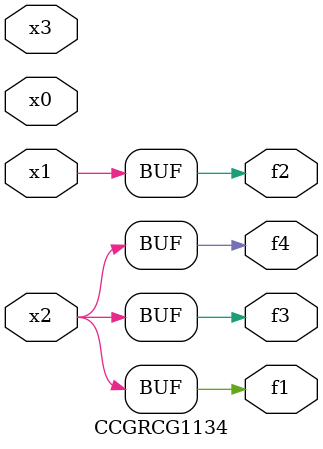
<source format=v>
module CCGRCG1134(
	input x0, x1, x2, x3,
	output f1, f2, f3, f4
);
	assign f1 = x2;
	assign f2 = x1;
	assign f3 = x2;
	assign f4 = x2;
endmodule

</source>
